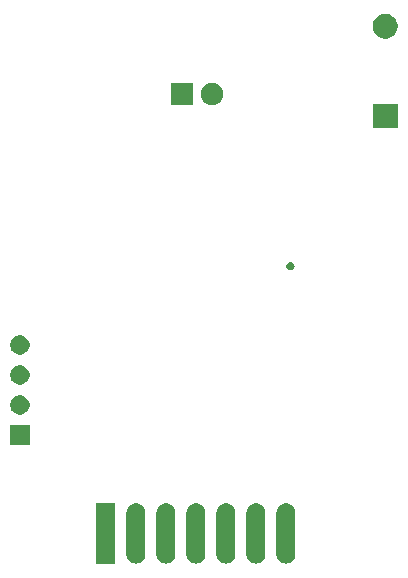
<source format=gbr>
G04 #@! TF.GenerationSoftware,KiCad,Pcbnew,(5.1.5-0-10_14)*
G04 #@! TF.CreationDate,2020-08-02T15:46:47+01:00*
G04 #@! TF.ProjectId,or2_reader,6f72325f-7265-4616-9465-722e6b696361,rev?*
G04 #@! TF.SameCoordinates,Original*
G04 #@! TF.FileFunction,Soldermask,Bot*
G04 #@! TF.FilePolarity,Negative*
%FSLAX46Y46*%
G04 Gerber Fmt 4.6, Leading zero omitted, Abs format (unit mm)*
G04 Created by KiCad (PCBNEW (5.1.5-0-10_14)) date 2020-08-02 15:46:47*
%MOMM*%
%LPD*%
G04 APERTURE LIST*
%ADD10C,0.100000*%
G04 APERTURE END LIST*
D10*
G36*
X141762022Y-118834490D02*
G01*
X141862681Y-118865025D01*
X141913012Y-118880292D01*
X142052164Y-118954671D01*
X142174133Y-119054767D01*
X142274229Y-119176735D01*
X142348608Y-119315887D01*
X142363875Y-119366218D01*
X142394410Y-119466877D01*
X142406000Y-119584555D01*
X142406000Y-123163245D01*
X142394410Y-123280923D01*
X142363875Y-123381582D01*
X142348608Y-123431913D01*
X142274229Y-123571065D01*
X142174133Y-123693033D01*
X142052165Y-123793129D01*
X141913013Y-123867508D01*
X141862682Y-123882775D01*
X141762023Y-123913310D01*
X141605000Y-123928775D01*
X141447978Y-123913310D01*
X141347319Y-123882775D01*
X141296988Y-123867508D01*
X141157836Y-123793129D01*
X141035868Y-123693033D01*
X140935772Y-123571065D01*
X140861393Y-123431913D01*
X140846126Y-123381582D01*
X140815591Y-123280923D01*
X140804001Y-123163245D01*
X140804000Y-119584556D01*
X140815590Y-119466878D01*
X140861392Y-119315889D01*
X140861392Y-119315888D01*
X140935771Y-119176736D01*
X140935772Y-119176735D01*
X141035867Y-119054767D01*
X141157835Y-118954671D01*
X141296987Y-118880292D01*
X141347318Y-118865025D01*
X141447977Y-118834490D01*
X141605000Y-118819025D01*
X141762022Y-118834490D01*
G37*
G36*
X144302022Y-118834490D02*
G01*
X144402681Y-118865025D01*
X144453012Y-118880292D01*
X144592164Y-118954671D01*
X144714133Y-119054767D01*
X144814229Y-119176735D01*
X144888608Y-119315887D01*
X144903875Y-119366218D01*
X144934410Y-119466877D01*
X144946000Y-119584555D01*
X144946000Y-123163245D01*
X144934410Y-123280923D01*
X144903875Y-123381582D01*
X144888608Y-123431913D01*
X144814229Y-123571065D01*
X144714133Y-123693033D01*
X144592165Y-123793129D01*
X144453013Y-123867508D01*
X144402682Y-123882775D01*
X144302023Y-123913310D01*
X144145000Y-123928775D01*
X143987978Y-123913310D01*
X143887319Y-123882775D01*
X143836988Y-123867508D01*
X143697836Y-123793129D01*
X143575868Y-123693033D01*
X143475772Y-123571065D01*
X143401393Y-123431913D01*
X143386126Y-123381582D01*
X143355591Y-123280923D01*
X143344001Y-123163245D01*
X143344000Y-119584556D01*
X143355590Y-119466878D01*
X143401392Y-119315889D01*
X143401392Y-119315888D01*
X143475771Y-119176736D01*
X143475772Y-119176735D01*
X143575867Y-119054767D01*
X143697835Y-118954671D01*
X143836987Y-118880292D01*
X143887318Y-118865025D01*
X143987977Y-118834490D01*
X144145000Y-118819025D01*
X144302022Y-118834490D01*
G37*
G36*
X146842022Y-118834490D02*
G01*
X146942681Y-118865025D01*
X146993012Y-118880292D01*
X147132164Y-118954671D01*
X147254133Y-119054767D01*
X147354229Y-119176735D01*
X147428608Y-119315887D01*
X147443875Y-119366218D01*
X147474410Y-119466877D01*
X147486000Y-119584555D01*
X147486000Y-123163245D01*
X147474410Y-123280923D01*
X147443875Y-123381582D01*
X147428608Y-123431913D01*
X147354229Y-123571065D01*
X147254133Y-123693033D01*
X147132165Y-123793129D01*
X146993013Y-123867508D01*
X146942682Y-123882775D01*
X146842023Y-123913310D01*
X146685000Y-123928775D01*
X146527978Y-123913310D01*
X146427319Y-123882775D01*
X146376988Y-123867508D01*
X146237836Y-123793129D01*
X146115868Y-123693033D01*
X146015772Y-123571065D01*
X145941393Y-123431913D01*
X145926126Y-123381582D01*
X145895591Y-123280923D01*
X145884001Y-123163245D01*
X145884000Y-119584556D01*
X145895590Y-119466878D01*
X145941392Y-119315889D01*
X145941392Y-119315888D01*
X146015771Y-119176736D01*
X146015772Y-119176735D01*
X146115867Y-119054767D01*
X146237835Y-118954671D01*
X146376987Y-118880292D01*
X146427318Y-118865025D01*
X146527977Y-118834490D01*
X146685000Y-118819025D01*
X146842022Y-118834490D01*
G37*
G36*
X149382022Y-118834490D02*
G01*
X149482681Y-118865025D01*
X149533012Y-118880292D01*
X149672164Y-118954671D01*
X149794133Y-119054767D01*
X149894229Y-119176735D01*
X149968608Y-119315887D01*
X149983875Y-119366218D01*
X150014410Y-119466877D01*
X150026000Y-119584555D01*
X150026000Y-123163245D01*
X150014410Y-123280923D01*
X149983875Y-123381582D01*
X149968608Y-123431913D01*
X149894229Y-123571065D01*
X149794133Y-123693033D01*
X149672165Y-123793129D01*
X149533013Y-123867508D01*
X149482682Y-123882775D01*
X149382023Y-123913310D01*
X149225000Y-123928775D01*
X149067978Y-123913310D01*
X148967319Y-123882775D01*
X148916988Y-123867508D01*
X148777836Y-123793129D01*
X148655868Y-123693033D01*
X148555772Y-123571065D01*
X148481393Y-123431913D01*
X148466126Y-123381582D01*
X148435591Y-123280923D01*
X148424001Y-123163245D01*
X148424000Y-119584556D01*
X148435590Y-119466878D01*
X148481392Y-119315889D01*
X148481392Y-119315888D01*
X148555771Y-119176736D01*
X148555772Y-119176735D01*
X148655867Y-119054767D01*
X148777835Y-118954671D01*
X148916987Y-118880292D01*
X148967318Y-118865025D01*
X149067977Y-118834490D01*
X149225000Y-118819025D01*
X149382022Y-118834490D01*
G37*
G36*
X151922022Y-118834490D02*
G01*
X152022681Y-118865025D01*
X152073012Y-118880292D01*
X152212164Y-118954671D01*
X152334133Y-119054767D01*
X152434229Y-119176735D01*
X152508608Y-119315887D01*
X152523875Y-119366218D01*
X152554410Y-119466877D01*
X152566000Y-119584555D01*
X152566000Y-123163245D01*
X152554410Y-123280923D01*
X152523875Y-123381582D01*
X152508608Y-123431913D01*
X152434229Y-123571065D01*
X152334133Y-123693033D01*
X152212165Y-123793129D01*
X152073013Y-123867508D01*
X152022682Y-123882775D01*
X151922023Y-123913310D01*
X151765000Y-123928775D01*
X151607978Y-123913310D01*
X151507319Y-123882775D01*
X151456988Y-123867508D01*
X151317836Y-123793129D01*
X151195868Y-123693033D01*
X151095772Y-123571065D01*
X151021393Y-123431913D01*
X151006126Y-123381582D01*
X150975591Y-123280923D01*
X150964001Y-123163245D01*
X150964000Y-119584556D01*
X150975590Y-119466878D01*
X151021392Y-119315889D01*
X151021392Y-119315888D01*
X151095771Y-119176736D01*
X151095772Y-119176735D01*
X151195867Y-119054767D01*
X151317835Y-118954671D01*
X151456987Y-118880292D01*
X151507318Y-118865025D01*
X151607977Y-118834490D01*
X151765000Y-118819025D01*
X151922022Y-118834490D01*
G37*
G36*
X154462022Y-118834490D02*
G01*
X154562681Y-118865025D01*
X154613012Y-118880292D01*
X154752164Y-118954671D01*
X154874133Y-119054767D01*
X154974229Y-119176735D01*
X155048608Y-119315887D01*
X155063875Y-119366218D01*
X155094410Y-119466877D01*
X155106000Y-119584555D01*
X155106000Y-123163245D01*
X155094410Y-123280923D01*
X155063875Y-123381582D01*
X155048608Y-123431913D01*
X154974229Y-123571065D01*
X154874133Y-123693033D01*
X154752165Y-123793129D01*
X154613013Y-123867508D01*
X154562682Y-123882775D01*
X154462023Y-123913310D01*
X154305000Y-123928775D01*
X154147978Y-123913310D01*
X154047319Y-123882775D01*
X153996988Y-123867508D01*
X153857836Y-123793129D01*
X153735868Y-123693033D01*
X153635772Y-123571065D01*
X153561393Y-123431913D01*
X153546126Y-123381582D01*
X153515591Y-123280923D01*
X153504001Y-123163245D01*
X153504000Y-119584556D01*
X153515590Y-119466878D01*
X153561392Y-119315889D01*
X153561392Y-119315888D01*
X153635771Y-119176736D01*
X153635772Y-119176735D01*
X153735867Y-119054767D01*
X153857835Y-118954671D01*
X153996987Y-118880292D01*
X154047318Y-118865025D01*
X154147977Y-118834490D01*
X154305000Y-118819025D01*
X154462022Y-118834490D01*
G37*
G36*
X139866000Y-123924900D02*
G01*
X138264000Y-123924900D01*
X138264000Y-118822900D01*
X139866000Y-118822900D01*
X139866000Y-123924900D01*
G37*
G36*
X132592900Y-113848400D02*
G01*
X130966900Y-113848400D01*
X130966900Y-112222400D01*
X132592900Y-112222400D01*
X132592900Y-113848400D01*
G37*
G36*
X132017042Y-109713642D02*
G01*
X132165001Y-109774929D01*
X132298155Y-109863899D01*
X132411401Y-109977145D01*
X132500371Y-110110299D01*
X132561658Y-110258258D01*
X132592900Y-110415325D01*
X132592900Y-110575475D01*
X132561658Y-110732542D01*
X132500371Y-110880501D01*
X132411401Y-111013655D01*
X132298155Y-111126901D01*
X132165001Y-111215871D01*
X132017042Y-111277158D01*
X131859975Y-111308400D01*
X131699825Y-111308400D01*
X131542758Y-111277158D01*
X131394799Y-111215871D01*
X131261645Y-111126901D01*
X131148399Y-111013655D01*
X131059429Y-110880501D01*
X130998142Y-110732542D01*
X130966900Y-110575475D01*
X130966900Y-110415325D01*
X130998142Y-110258258D01*
X131059429Y-110110299D01*
X131148399Y-109977145D01*
X131261645Y-109863899D01*
X131394799Y-109774929D01*
X131542758Y-109713642D01*
X131699825Y-109682400D01*
X131859975Y-109682400D01*
X132017042Y-109713642D01*
G37*
G36*
X132017042Y-107173642D02*
G01*
X132165001Y-107234929D01*
X132298155Y-107323899D01*
X132411401Y-107437145D01*
X132500371Y-107570299D01*
X132561658Y-107718258D01*
X132592900Y-107875325D01*
X132592900Y-108035475D01*
X132561658Y-108192542D01*
X132500371Y-108340501D01*
X132411401Y-108473655D01*
X132298155Y-108586901D01*
X132165001Y-108675871D01*
X132017042Y-108737158D01*
X131859975Y-108768400D01*
X131699825Y-108768400D01*
X131542758Y-108737158D01*
X131394799Y-108675871D01*
X131261645Y-108586901D01*
X131148399Y-108473655D01*
X131059429Y-108340501D01*
X130998142Y-108192542D01*
X130966900Y-108035475D01*
X130966900Y-107875325D01*
X130998142Y-107718258D01*
X131059429Y-107570299D01*
X131148399Y-107437145D01*
X131261645Y-107323899D01*
X131394799Y-107234929D01*
X131542758Y-107173642D01*
X131699825Y-107142400D01*
X131859975Y-107142400D01*
X132017042Y-107173642D01*
G37*
G36*
X132017042Y-104633642D02*
G01*
X132165001Y-104694929D01*
X132298155Y-104783899D01*
X132411401Y-104897145D01*
X132500371Y-105030299D01*
X132561658Y-105178258D01*
X132592900Y-105335325D01*
X132592900Y-105495475D01*
X132561658Y-105652542D01*
X132500371Y-105800501D01*
X132411401Y-105933655D01*
X132298155Y-106046901D01*
X132165001Y-106135871D01*
X132017042Y-106197158D01*
X131859975Y-106228400D01*
X131699825Y-106228400D01*
X131542758Y-106197158D01*
X131394799Y-106135871D01*
X131261645Y-106046901D01*
X131148399Y-105933655D01*
X131059429Y-105800501D01*
X130998142Y-105652542D01*
X130966900Y-105495475D01*
X130966900Y-105335325D01*
X130998142Y-105178258D01*
X131059429Y-105030299D01*
X131148399Y-104897145D01*
X131261645Y-104783899D01*
X131394799Y-104694929D01*
X131542758Y-104633642D01*
X131699825Y-104602400D01*
X131859975Y-104602400D01*
X132017042Y-104633642D01*
G37*
G36*
X154780763Y-98412609D02*
G01*
X154780766Y-98412610D01*
X154780765Y-98412610D01*
X154844638Y-98439066D01*
X154902128Y-98477480D01*
X154951020Y-98526372D01*
X154989434Y-98583862D01*
X155011004Y-98635938D01*
X155015891Y-98647737D01*
X155029380Y-98715550D01*
X155029380Y-98784690D01*
X155015891Y-98852503D01*
X155015890Y-98852505D01*
X154989434Y-98916378D01*
X154951020Y-98973868D01*
X154902128Y-99022760D01*
X154844638Y-99061174D01*
X154792562Y-99082744D01*
X154780763Y-99087631D01*
X154712950Y-99101120D01*
X154643810Y-99101120D01*
X154575997Y-99087631D01*
X154564198Y-99082744D01*
X154512122Y-99061174D01*
X154454632Y-99022760D01*
X154405740Y-98973868D01*
X154367326Y-98916378D01*
X154340870Y-98852505D01*
X154340869Y-98852503D01*
X154327380Y-98784690D01*
X154327380Y-98715550D01*
X154340869Y-98647737D01*
X154345756Y-98635938D01*
X154367326Y-98583862D01*
X154405740Y-98526372D01*
X154454632Y-98477480D01*
X154512122Y-98439066D01*
X154575995Y-98412610D01*
X154575994Y-98412610D01*
X154575997Y-98412609D01*
X154643810Y-98399120D01*
X154712950Y-98399120D01*
X154780763Y-98412609D01*
G37*
G36*
X163763400Y-87080800D02*
G01*
X161661400Y-87080800D01*
X161661400Y-84978800D01*
X163763400Y-84978800D01*
X163763400Y-87080800D01*
G37*
G36*
X148306395Y-83245146D02*
G01*
X148479466Y-83316834D01*
X148479467Y-83316835D01*
X148635227Y-83420910D01*
X148767690Y-83553373D01*
X148767691Y-83553375D01*
X148871766Y-83709134D01*
X148943454Y-83882205D01*
X148980000Y-84065933D01*
X148980000Y-84253267D01*
X148943454Y-84436995D01*
X148871766Y-84610066D01*
X148871765Y-84610067D01*
X148767690Y-84765827D01*
X148635227Y-84898290D01*
X148556818Y-84950681D01*
X148479466Y-85002366D01*
X148306395Y-85074054D01*
X148122667Y-85110600D01*
X147935333Y-85110600D01*
X147751605Y-85074054D01*
X147578534Y-85002366D01*
X147501182Y-84950681D01*
X147422773Y-84898290D01*
X147290310Y-84765827D01*
X147186235Y-84610067D01*
X147186234Y-84610066D01*
X147114546Y-84436995D01*
X147078000Y-84253267D01*
X147078000Y-84065933D01*
X147114546Y-83882205D01*
X147186234Y-83709134D01*
X147290309Y-83553375D01*
X147290310Y-83553373D01*
X147422773Y-83420910D01*
X147578533Y-83316835D01*
X147578534Y-83316834D01*
X147751605Y-83245146D01*
X147935333Y-83208600D01*
X148122667Y-83208600D01*
X148306395Y-83245146D01*
G37*
G36*
X146440000Y-85110600D02*
G01*
X144538000Y-85110600D01*
X144538000Y-83208600D01*
X146440000Y-83208600D01*
X146440000Y-85110600D01*
G37*
G36*
X163018964Y-77419189D02*
G01*
X163210233Y-77498415D01*
X163210235Y-77498416D01*
X163382373Y-77613435D01*
X163528765Y-77759827D01*
X163643785Y-77931967D01*
X163723011Y-78123236D01*
X163763400Y-78326284D01*
X163763400Y-78533316D01*
X163723011Y-78736364D01*
X163643785Y-78927633D01*
X163643784Y-78927635D01*
X163528765Y-79099773D01*
X163382373Y-79246165D01*
X163210235Y-79361184D01*
X163210234Y-79361185D01*
X163210233Y-79361185D01*
X163018964Y-79440411D01*
X162815916Y-79480800D01*
X162608884Y-79480800D01*
X162405836Y-79440411D01*
X162214567Y-79361185D01*
X162214566Y-79361185D01*
X162214565Y-79361184D01*
X162042427Y-79246165D01*
X161896035Y-79099773D01*
X161781016Y-78927635D01*
X161781015Y-78927633D01*
X161701789Y-78736364D01*
X161661400Y-78533316D01*
X161661400Y-78326284D01*
X161701789Y-78123236D01*
X161781015Y-77931967D01*
X161896035Y-77759827D01*
X162042427Y-77613435D01*
X162214565Y-77498416D01*
X162214567Y-77498415D01*
X162405836Y-77419189D01*
X162608884Y-77378800D01*
X162815916Y-77378800D01*
X163018964Y-77419189D01*
G37*
M02*

</source>
